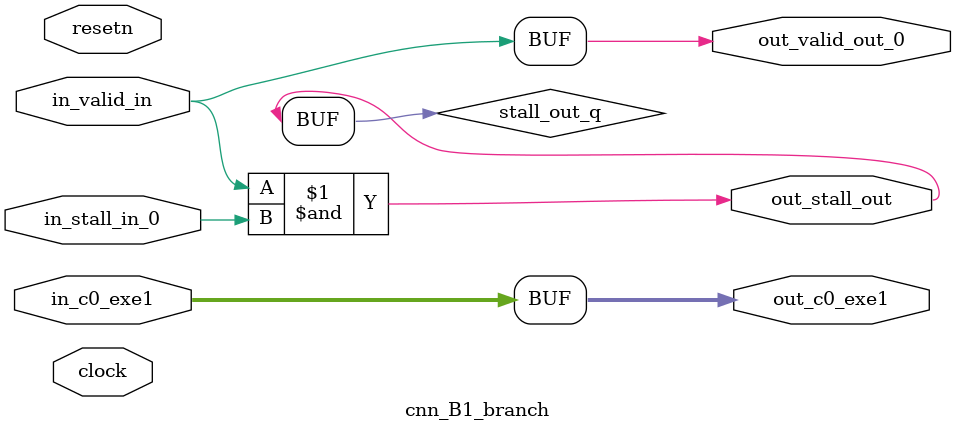
<source format=sv>



(* altera_attribute = "-name AUTO_SHIFT_REGISTER_RECOGNITION OFF; -name MESSAGE_DISABLE 10036; -name MESSAGE_DISABLE 10037; -name MESSAGE_DISABLE 14130; -name MESSAGE_DISABLE 14320; -name MESSAGE_DISABLE 15400; -name MESSAGE_DISABLE 14130; -name MESSAGE_DISABLE 10036; -name MESSAGE_DISABLE 12020; -name MESSAGE_DISABLE 12030; -name MESSAGE_DISABLE 12010; -name MESSAGE_DISABLE 12110; -name MESSAGE_DISABLE 14320; -name MESSAGE_DISABLE 13410; -name MESSAGE_DISABLE 113007; -name MESSAGE_DISABLE 10958" *)
module cnn_B1_branch (
    input wire [63:0] in_c0_exe1,
    input wire [0:0] in_stall_in_0,
    input wire [0:0] in_valid_in,
    output wire [63:0] out_c0_exe1,
    output wire [0:0] out_stall_out,
    output wire [0:0] out_valid_out_0,
    input wire clock,
    input wire resetn
    );

    wire [0:0] stall_out_q;
    reg [0:0] rst_sync_rst_sclrn;


    // out_c0_exe1(GPOUT,5)
    assign out_c0_exe1 = in_c0_exe1;

    // stall_out(LOGICAL,8)
    assign stall_out_q = in_valid_in & in_stall_in_0;

    // out_stall_out(GPOUT,6)
    assign out_stall_out = stall_out_q;

    // out_valid_out_0(GPOUT,7)
    assign out_valid_out_0 = in_valid_in;

    // rst_sync(RESETSYNC,9)
    acl_reset_handler #(
        .ASYNC_RESET(0),
        .USE_SYNCHRONIZER(1),
        .PULSE_EXTENSION(0),
        .PIPE_DEPTH(3),
        .DUPLICATE(1)
    ) therst_sync (
        .clk(clock),
        .i_resetn(resetn),
        .o_sclrn(rst_sync_rst_sclrn)
    );

endmodule

</source>
